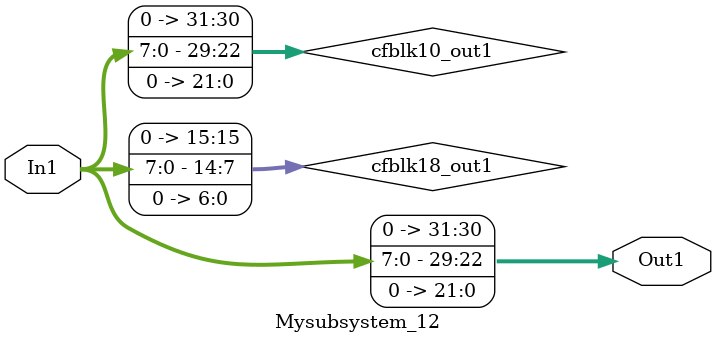
<source format=v>



`timescale 1 ns / 1 ns

module Mysubsystem_12
          (In1,
           Out1);


  input   [7:0] In1;  // uint8
  output  [31:0] Out1;  // ufix32_En22


  wire [15:0] cfblk18_out1;  // ufix16_En7
  wire [31:0] cfblk10_out1;  // ufix32_En22


  assign cfblk18_out1 = {1'b0, {In1, 7'b0000000}};



  assign cfblk10_out1 = {1'b0, {cfblk18_out1, 15'b000000000000000}};



  assign Out1 = cfblk10_out1;

endmodule  // Mysubsystem_12


</source>
